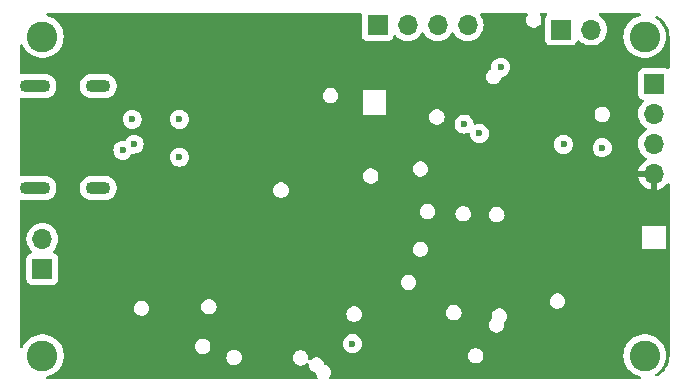
<source format=gbr>
%TF.GenerationSoftware,KiCad,Pcbnew,8.0.6*%
%TF.CreationDate,2024-11-04T20:58:39-05:00*%
%TF.ProjectId,VanguardFlightComputer,56616e67-7561-4726-9446-6c6967687443,rev?*%
%TF.SameCoordinates,Original*%
%TF.FileFunction,Copper,L3,Inr*%
%TF.FilePolarity,Positive*%
%FSLAX46Y46*%
G04 Gerber Fmt 4.6, Leading zero omitted, Abs format (unit mm)*
G04 Created by KiCad (PCBNEW 8.0.6) date 2024-11-04 20:58:39*
%MOMM*%
%LPD*%
G01*
G04 APERTURE LIST*
%TA.AperFunction,ComponentPad*%
%ADD10R,1.700000X1.700000*%
%TD*%
%TA.AperFunction,ComponentPad*%
%ADD11O,1.700000X1.700000*%
%TD*%
%TA.AperFunction,ComponentPad*%
%ADD12C,2.600000*%
%TD*%
%TA.AperFunction,ComponentPad*%
%ADD13O,2.100000X1.100000*%
%TD*%
%TA.AperFunction,ComponentPad*%
%ADD14O,2.600000X1.100000*%
%TD*%
%TA.AperFunction,ViaPad*%
%ADD15C,0.600000*%
%TD*%
G04 APERTURE END LIST*
D10*
%TO.N,VIN*%
%TO.C,J8*%
X92400000Y-97675000D03*
D11*
%TO.N,GND*%
X92400000Y-95135000D03*
%TD*%
D10*
%TO.N,SERVO_1_PWM*%
%TO.C,J7*%
X120780000Y-77000000D03*
D11*
%TO.N,SERVO_2_PWM*%
X123320000Y-77000000D03*
%TO.N,SERVO_3_PWM*%
X125860000Y-77000000D03*
%TO.N,SERVO_4_PWM*%
X128400000Y-77000000D03*
%TD*%
D10*
%TO.N,I2C1_SDA*%
%TO.C,J6*%
X136325000Y-77400000D03*
D11*
%TO.N,I2C1_SCL*%
X138865000Y-77400000D03*
%TD*%
%TO.N,+3.3V*%
%TO.C,J5*%
X144200000Y-89620000D03*
%TO.N,Net-(J5-Pin_3)*%
X144200000Y-87080000D03*
%TO.N,Net-(J5-Pin_2)*%
X144200000Y-84540000D03*
D10*
%TO.N,GND*%
X144200000Y-82000000D03*
%TD*%
D12*
%TO.N,N/C*%
%TO.C,H5*%
X143400000Y-78000000D03*
%TD*%
%TO.N,N/C*%
%TO.C,H6*%
X92400000Y-105000000D03*
%TD*%
%TO.N,N/C*%
%TO.C,H1*%
X92400000Y-78000000D03*
%TD*%
%TO.N,N/C*%
%TO.C,H7*%
X143400000Y-105000000D03*
%TD*%
D13*
%TO.N,GND*%
%TO.C,J1*%
X97134052Y-82180000D03*
D14*
X91774052Y-82180000D03*
D13*
X97134052Y-90820000D03*
D14*
X91774052Y-90820000D03*
%TD*%
D15*
%TO.N,I2C1_SDA*%
X128100000Y-85400000D03*
%TO.N,I2C1_SCL*%
X129400000Y-86200000D03*
%TO.N,USB_DP*%
X104000000Y-88200000D03*
%TO.N,GND*%
X131200000Y-80600000D03*
%TO.N,+3.3V*%
X124500000Y-94500000D03*
X95628539Y-105997203D03*
%TO.N,GND*%
X100166840Y-87100000D03*
%TO.N,+3.3V*%
X130930000Y-104140000D03*
X101400000Y-89800000D03*
X137800000Y-99200000D03*
X138800000Y-83800000D03*
X98800000Y-77800000D03*
X130775000Y-77725000D03*
X124600000Y-81400000D03*
X124800000Y-90600000D03*
X110199998Y-82895773D03*
%TO.N,VBUS*%
X100000000Y-85000000D03*
X99211768Y-87626899D03*
%TO.N,USB_DM*%
X136524265Y-87124265D03*
X104000000Y-85000000D03*
%TO.N,USB_DP*%
X139800000Y-87400000D03*
%TO.N,SPI1_MOSI*%
X118650000Y-104000000D03*
%TD*%
%TA.AperFunction,Conductor*%
%TO.N,+3.3V*%
G36*
X119372539Y-76020185D02*
G01*
X119418294Y-76072989D01*
X119429500Y-76124500D01*
X119429500Y-77897870D01*
X119429501Y-77897876D01*
X119435908Y-77957483D01*
X119486202Y-78092328D01*
X119486206Y-78092335D01*
X119572452Y-78207544D01*
X119572455Y-78207547D01*
X119687664Y-78293793D01*
X119687671Y-78293797D01*
X119822517Y-78344091D01*
X119822516Y-78344091D01*
X119829444Y-78344835D01*
X119882127Y-78350500D01*
X121677872Y-78350499D01*
X121737483Y-78344091D01*
X121872331Y-78293796D01*
X121987546Y-78207546D01*
X122073796Y-78092331D01*
X122122810Y-77960916D01*
X122164681Y-77904984D01*
X122230145Y-77880566D01*
X122298418Y-77895417D01*
X122326673Y-77916569D01*
X122448599Y-78038495D01*
X122545384Y-78106265D01*
X122642165Y-78174032D01*
X122642167Y-78174033D01*
X122642170Y-78174035D01*
X122856337Y-78273903D01*
X123084592Y-78335063D01*
X123261034Y-78350500D01*
X123319999Y-78355659D01*
X123320000Y-78355659D01*
X123320001Y-78355659D01*
X123378966Y-78350500D01*
X123555408Y-78335063D01*
X123783663Y-78273903D01*
X123997830Y-78174035D01*
X124191401Y-78038495D01*
X124358495Y-77871401D01*
X124488425Y-77685842D01*
X124543002Y-77642217D01*
X124612500Y-77635023D01*
X124674855Y-77666546D01*
X124691575Y-77685842D01*
X124821500Y-77871395D01*
X124821505Y-77871401D01*
X124988599Y-78038495D01*
X125085384Y-78106265D01*
X125182165Y-78174032D01*
X125182167Y-78174033D01*
X125182170Y-78174035D01*
X125396337Y-78273903D01*
X125624592Y-78335063D01*
X125801034Y-78350500D01*
X125859999Y-78355659D01*
X125860000Y-78355659D01*
X125860001Y-78355659D01*
X125918966Y-78350500D01*
X126095408Y-78335063D01*
X126323663Y-78273903D01*
X126537830Y-78174035D01*
X126731401Y-78038495D01*
X126898495Y-77871401D01*
X127028425Y-77685842D01*
X127083002Y-77642217D01*
X127152500Y-77635023D01*
X127214855Y-77666546D01*
X127231575Y-77685842D01*
X127361500Y-77871395D01*
X127361505Y-77871401D01*
X127528599Y-78038495D01*
X127625384Y-78106265D01*
X127722165Y-78174032D01*
X127722167Y-78174033D01*
X127722170Y-78174035D01*
X127936337Y-78273903D01*
X128164592Y-78335063D01*
X128341034Y-78350500D01*
X128399999Y-78355659D01*
X128400000Y-78355659D01*
X128400001Y-78355659D01*
X128458966Y-78350500D01*
X128635408Y-78335063D01*
X128863663Y-78273903D01*
X129077830Y-78174035D01*
X129271401Y-78038495D01*
X129438495Y-77871401D01*
X129574035Y-77677830D01*
X129673903Y-77463663D01*
X129735063Y-77235408D01*
X129755659Y-77000000D01*
X129735063Y-76764592D01*
X129673903Y-76536337D01*
X129574035Y-76322171D01*
X129571999Y-76319263D01*
X129485426Y-76195623D01*
X129463099Y-76129417D01*
X129480109Y-76061650D01*
X129531057Y-76013837D01*
X129587001Y-76000500D01*
X133387125Y-76000500D01*
X133454164Y-76020185D01*
X133499919Y-76072989D01*
X133509863Y-76142147D01*
X133489175Y-76194940D01*
X133419781Y-76295475D01*
X133419780Y-76295476D01*
X133363762Y-76443181D01*
X133344722Y-76599999D01*
X133344722Y-76600000D01*
X133363762Y-76756818D01*
X133376172Y-76789539D01*
X133419780Y-76904523D01*
X133509517Y-77034530D01*
X133627760Y-77139283D01*
X133627762Y-77139284D01*
X133767634Y-77212696D01*
X133921014Y-77250500D01*
X133921015Y-77250500D01*
X134078985Y-77250500D01*
X134232365Y-77212696D01*
X134372240Y-77139283D01*
X134490483Y-77034530D01*
X134580220Y-76904523D01*
X134636237Y-76756818D01*
X134655278Y-76600000D01*
X134652945Y-76580781D01*
X134636237Y-76443181D01*
X134605260Y-76361503D01*
X134580220Y-76295477D01*
X134538367Y-76234842D01*
X134510825Y-76194940D01*
X134488942Y-76128585D01*
X134506408Y-76060933D01*
X134557676Y-76013464D01*
X134612875Y-76000500D01*
X135013429Y-76000500D01*
X135080468Y-76020185D01*
X135126223Y-76072989D01*
X135136167Y-76142147D01*
X135112695Y-76198811D01*
X135031206Y-76307664D01*
X135031202Y-76307671D01*
X134980908Y-76442517D01*
X134974501Y-76502116D01*
X134974500Y-76502135D01*
X134974500Y-78297870D01*
X134974501Y-78297876D01*
X134980908Y-78357483D01*
X135031202Y-78492328D01*
X135031206Y-78492335D01*
X135117452Y-78607544D01*
X135117455Y-78607547D01*
X135232664Y-78693793D01*
X135232671Y-78693797D01*
X135367517Y-78744091D01*
X135367516Y-78744091D01*
X135374444Y-78744835D01*
X135427127Y-78750500D01*
X137222872Y-78750499D01*
X137282483Y-78744091D01*
X137417331Y-78693796D01*
X137532546Y-78607546D01*
X137618796Y-78492331D01*
X137667810Y-78360916D01*
X137709681Y-78304984D01*
X137775145Y-78280566D01*
X137843418Y-78295417D01*
X137871673Y-78316569D01*
X137993599Y-78438495D01*
X138090384Y-78506265D01*
X138187165Y-78574032D01*
X138187167Y-78574033D01*
X138187170Y-78574035D01*
X138401337Y-78673903D01*
X138629592Y-78735063D01*
X138806034Y-78750500D01*
X138864999Y-78755659D01*
X138865000Y-78755659D01*
X138865001Y-78755659D01*
X138923966Y-78750500D01*
X139100408Y-78735063D01*
X139328663Y-78673903D01*
X139542830Y-78574035D01*
X139736401Y-78438495D01*
X139903495Y-78271401D01*
X140039035Y-78077830D01*
X140138903Y-77863663D01*
X140200063Y-77635408D01*
X140220659Y-77400000D01*
X140200063Y-77164592D01*
X140138903Y-76936337D01*
X140039035Y-76722171D01*
X139953491Y-76600000D01*
X139903494Y-76528597D01*
X139736402Y-76361506D01*
X139736396Y-76361501D01*
X139542987Y-76226075D01*
X139499362Y-76171498D01*
X139492168Y-76102000D01*
X139523691Y-76039645D01*
X139583921Y-76004231D01*
X139614110Y-76000500D01*
X142951073Y-76000500D01*
X143018112Y-76020185D01*
X143063867Y-76072989D01*
X143073811Y-76142147D01*
X143044786Y-76205703D01*
X142987623Y-76242991D01*
X142740358Y-76319262D01*
X142497230Y-76436346D01*
X142274258Y-76588365D01*
X142076442Y-76771910D01*
X141908185Y-76982898D01*
X141773258Y-77216599D01*
X141773256Y-77216603D01*
X141674666Y-77467804D01*
X141674664Y-77467811D01*
X141614616Y-77730898D01*
X141594451Y-77999995D01*
X141594451Y-78000004D01*
X141614616Y-78269101D01*
X141674664Y-78532188D01*
X141674666Y-78532195D01*
X141760344Y-78750498D01*
X141773257Y-78783398D01*
X141908185Y-79017102D01*
X142044080Y-79187509D01*
X142076442Y-79228089D01*
X142263183Y-79401358D01*
X142274259Y-79411635D01*
X142497226Y-79563651D01*
X142740359Y-79680738D01*
X142998228Y-79760280D01*
X142998229Y-79760280D01*
X142998232Y-79760281D01*
X143265063Y-79800499D01*
X143265068Y-79800499D01*
X143265071Y-79800500D01*
X143265072Y-79800500D01*
X143534928Y-79800500D01*
X143534929Y-79800500D01*
X143575168Y-79794435D01*
X143801767Y-79760281D01*
X143801768Y-79760280D01*
X143801772Y-79760280D01*
X144059641Y-79680738D01*
X144302775Y-79563651D01*
X144525741Y-79411635D01*
X144723561Y-79228085D01*
X144891815Y-79017102D01*
X145026743Y-78783398D01*
X145125334Y-78532195D01*
X145185383Y-78269103D01*
X145202664Y-78038498D01*
X145205549Y-78000004D01*
X145205549Y-77999995D01*
X145185383Y-77730898D01*
X145175099Y-77685842D01*
X145125334Y-77467805D01*
X145026743Y-77216602D01*
X144891815Y-76982898D01*
X144723561Y-76771915D01*
X144723560Y-76771914D01*
X144723557Y-76771910D01*
X144577006Y-76635932D01*
X144525741Y-76588365D01*
X144522478Y-76586140D01*
X144356071Y-76472685D01*
X144311769Y-76418656D01*
X144303711Y-76349253D01*
X144334453Y-76286510D01*
X144394237Y-76250349D01*
X144464081Y-76252249D01*
X144480759Y-76259016D01*
X144492470Y-76264792D01*
X144506508Y-76272897D01*
X144710464Y-76409177D01*
X144723325Y-76419045D01*
X144818070Y-76502135D01*
X144907749Y-76580781D01*
X144919218Y-76592250D01*
X145070361Y-76764596D01*
X145080951Y-76776671D01*
X145090825Y-76789539D01*
X145227102Y-76993492D01*
X145235212Y-77007539D01*
X145343702Y-77227534D01*
X145349909Y-77242520D01*
X145428756Y-77474797D01*
X145432954Y-77490464D01*
X145480807Y-77731035D01*
X145482925Y-77747116D01*
X145499235Y-77995956D01*
X145499500Y-78004066D01*
X145499500Y-80613568D01*
X145479815Y-80680607D01*
X145427011Y-80726362D01*
X145357853Y-80736306D01*
X145301190Y-80712835D01*
X145292334Y-80706206D01*
X145292328Y-80706202D01*
X145157482Y-80655908D01*
X145157483Y-80655908D01*
X145097883Y-80649501D01*
X145097881Y-80649500D01*
X145097873Y-80649500D01*
X145097864Y-80649500D01*
X143302129Y-80649500D01*
X143302123Y-80649501D01*
X143242516Y-80655908D01*
X143107671Y-80706202D01*
X143107664Y-80706206D01*
X142992455Y-80792452D01*
X142992452Y-80792455D01*
X142906206Y-80907664D01*
X142906202Y-80907671D01*
X142855908Y-81042517D01*
X142849501Y-81102116D01*
X142849500Y-81102135D01*
X142849500Y-82897870D01*
X142849501Y-82897876D01*
X142855908Y-82957483D01*
X142906202Y-83092328D01*
X142906206Y-83092335D01*
X142992452Y-83207544D01*
X142992455Y-83207547D01*
X143107664Y-83293793D01*
X143107671Y-83293797D01*
X143239081Y-83342810D01*
X143295015Y-83384681D01*
X143319432Y-83450145D01*
X143304580Y-83518418D01*
X143283430Y-83546673D01*
X143161503Y-83668600D01*
X143025965Y-83862169D01*
X143025964Y-83862171D01*
X142926098Y-84076335D01*
X142926094Y-84076344D01*
X142864938Y-84304586D01*
X142864936Y-84304596D01*
X142844341Y-84539999D01*
X142844341Y-84540000D01*
X142864936Y-84775403D01*
X142864938Y-84775413D01*
X142926094Y-85003655D01*
X142926096Y-85003659D01*
X142926097Y-85003663D01*
X142989338Y-85139283D01*
X143025965Y-85217830D01*
X143025967Y-85217834D01*
X143126075Y-85360802D01*
X143161501Y-85411396D01*
X143161506Y-85411402D01*
X143328597Y-85578493D01*
X143328603Y-85578498D01*
X143514158Y-85708425D01*
X143557783Y-85763002D01*
X143564977Y-85832500D01*
X143533454Y-85894855D01*
X143514158Y-85911575D01*
X143328597Y-86041505D01*
X143161505Y-86208597D01*
X143025965Y-86402169D01*
X143025964Y-86402171D01*
X142926098Y-86616335D01*
X142926094Y-86616344D01*
X142864938Y-86844586D01*
X142864936Y-86844596D01*
X142844341Y-87079999D01*
X142844341Y-87080000D01*
X142864936Y-87315403D01*
X142864938Y-87315413D01*
X142926094Y-87543655D01*
X142926096Y-87543659D01*
X142926097Y-87543663D01*
X142964909Y-87626895D01*
X143025965Y-87757830D01*
X143025967Y-87757834D01*
X143111302Y-87879704D01*
X143161501Y-87951396D01*
X143161506Y-87951402D01*
X143328597Y-88118493D01*
X143328603Y-88118498D01*
X143514594Y-88248730D01*
X143558219Y-88303307D01*
X143565413Y-88372805D01*
X143533890Y-88435160D01*
X143514595Y-88451880D01*
X143328922Y-88581890D01*
X143328920Y-88581891D01*
X143161891Y-88748920D01*
X143161886Y-88748926D01*
X143026400Y-88942420D01*
X143026399Y-88942422D01*
X142926570Y-89156507D01*
X142926567Y-89156513D01*
X142869364Y-89369999D01*
X142869364Y-89370000D01*
X143766988Y-89370000D01*
X143734075Y-89427007D01*
X143700000Y-89554174D01*
X143700000Y-89685826D01*
X143734075Y-89812993D01*
X143766988Y-89870000D01*
X142869364Y-89870000D01*
X142926567Y-90083486D01*
X142926570Y-90083492D01*
X143026399Y-90297578D01*
X143161894Y-90491082D01*
X143328917Y-90658105D01*
X143522421Y-90793600D01*
X143736507Y-90893429D01*
X143736516Y-90893433D01*
X143950000Y-90950634D01*
X143950000Y-90053012D01*
X144007007Y-90085925D01*
X144134174Y-90120000D01*
X144265826Y-90120000D01*
X144392993Y-90085925D01*
X144450000Y-90053012D01*
X144450000Y-90950633D01*
X144663483Y-90893433D01*
X144663492Y-90893429D01*
X144877578Y-90793600D01*
X145071082Y-90658105D01*
X145238108Y-90491079D01*
X145273925Y-90439928D01*
X145328502Y-90396303D01*
X145398000Y-90389109D01*
X145460355Y-90420632D01*
X145495769Y-90480862D01*
X145499500Y-90511051D01*
X145499500Y-104995933D01*
X145499235Y-105004043D01*
X145482925Y-105252883D01*
X145480807Y-105268964D01*
X145432954Y-105509535D01*
X145428756Y-105525202D01*
X145349909Y-105757479D01*
X145343702Y-105772465D01*
X145235212Y-105992460D01*
X145227102Y-106006507D01*
X145090825Y-106210460D01*
X145080951Y-106223328D01*
X144919218Y-106407749D01*
X144907749Y-106419218D01*
X144723328Y-106580951D01*
X144710460Y-106590825D01*
X144506507Y-106727102D01*
X144492465Y-106735210D01*
X144480772Y-106740977D01*
X144411940Y-106752976D01*
X144347548Y-106725857D01*
X144308039Y-106668231D01*
X144305958Y-106598392D01*
X144341965Y-106538515D01*
X144356059Y-106527322D01*
X144525741Y-106411635D01*
X144707290Y-106243182D01*
X144723557Y-106228089D01*
X144723557Y-106228087D01*
X144723561Y-106228085D01*
X144891815Y-106017102D01*
X145026743Y-105783398D01*
X145125334Y-105532195D01*
X145185383Y-105269103D01*
X145203676Y-105024999D01*
X145205549Y-105000004D01*
X145205549Y-104999995D01*
X145187830Y-104763548D01*
X145185383Y-104730897D01*
X145125334Y-104467805D01*
X145026743Y-104216602D01*
X144891815Y-103982898D01*
X144723561Y-103771915D01*
X144723560Y-103771914D01*
X144723557Y-103771910D01*
X144525741Y-103588365D01*
X144504327Y-103573765D01*
X144302775Y-103436349D01*
X144302769Y-103436346D01*
X144302768Y-103436345D01*
X144302767Y-103436344D01*
X144059643Y-103319263D01*
X144059645Y-103319263D01*
X143801773Y-103239720D01*
X143801767Y-103239718D01*
X143534936Y-103199500D01*
X143534929Y-103199500D01*
X143265071Y-103199500D01*
X143265063Y-103199500D01*
X142998232Y-103239718D01*
X142998226Y-103239720D01*
X142740358Y-103319262D01*
X142497230Y-103436346D01*
X142274258Y-103588365D01*
X142076442Y-103771910D01*
X141908185Y-103982898D01*
X141773258Y-104216599D01*
X141773256Y-104216603D01*
X141674666Y-104467804D01*
X141674664Y-104467811D01*
X141614616Y-104730898D01*
X141594451Y-104999995D01*
X141594451Y-105000004D01*
X141614616Y-105269101D01*
X141674664Y-105532188D01*
X141674666Y-105532195D01*
X141746419Y-105715018D01*
X141773257Y-105783398D01*
X141908185Y-106017102D01*
X141977902Y-106104524D01*
X142076442Y-106228089D01*
X142196282Y-106339283D01*
X142274259Y-106411635D01*
X142497226Y-106563651D01*
X142740359Y-106680738D01*
X142905308Y-106731618D01*
X142987623Y-106757009D01*
X143045882Y-106795579D01*
X143074040Y-106859524D01*
X143063156Y-106928541D01*
X143016687Y-106980718D01*
X142951073Y-106999500D01*
X116812875Y-106999500D01*
X116745836Y-106979815D01*
X116700081Y-106927011D01*
X116690137Y-106857853D01*
X116710825Y-106805060D01*
X116741734Y-106760280D01*
X116780220Y-106704523D01*
X116836237Y-106556818D01*
X116855278Y-106400000D01*
X116836237Y-106243182D01*
X116830511Y-106228085D01*
X116783651Y-106104524D01*
X116780220Y-106095477D01*
X116690483Y-105965470D01*
X116572240Y-105860717D01*
X116572238Y-105860716D01*
X116572237Y-105860715D01*
X116432366Y-105787304D01*
X116331329Y-105762401D01*
X116270948Y-105727245D01*
X116239160Y-105665025D01*
X116237908Y-105656946D01*
X116236237Y-105643182D01*
X116236237Y-105643181D01*
X116206315Y-105564284D01*
X116180220Y-105495477D01*
X116090483Y-105365470D01*
X115972240Y-105260717D01*
X115972238Y-105260716D01*
X115972237Y-105260715D01*
X115832365Y-105187303D01*
X115678986Y-105149500D01*
X115678985Y-105149500D01*
X115521015Y-105149500D01*
X115521014Y-105149500D01*
X115367634Y-105187303D01*
X115227762Y-105260715D01*
X115227760Y-105260717D01*
X115109517Y-105365470D01*
X115109516Y-105365471D01*
X115103903Y-105370444D01*
X115101958Y-105368248D01*
X115054232Y-105398179D01*
X114984367Y-105397405D01*
X114926011Y-105358981D01*
X114897692Y-105295108D01*
X114897522Y-105263875D01*
X114897906Y-105260717D01*
X114905278Y-105200000D01*
X114903737Y-105187304D01*
X114886237Y-105043181D01*
X114879341Y-105024999D01*
X128434722Y-105024999D01*
X128434722Y-105025000D01*
X128453762Y-105181818D01*
X128496728Y-105295108D01*
X128509780Y-105329523D01*
X128599517Y-105459530D01*
X128717760Y-105564283D01*
X128717762Y-105564284D01*
X128857634Y-105637696D01*
X129011014Y-105675500D01*
X129011015Y-105675500D01*
X129168985Y-105675500D01*
X129322365Y-105637696D01*
X129337874Y-105629556D01*
X129462240Y-105564283D01*
X129580483Y-105459530D01*
X129670220Y-105329523D01*
X129726237Y-105181818D01*
X129745278Y-105025000D01*
X129744540Y-105018917D01*
X129726237Y-104868181D01*
X129687284Y-104765471D01*
X129670220Y-104720477D01*
X129580483Y-104590470D01*
X129462240Y-104485717D01*
X129462238Y-104485716D01*
X129462237Y-104485715D01*
X129322365Y-104412303D01*
X129168986Y-104374500D01*
X129168985Y-104374500D01*
X129011015Y-104374500D01*
X129011014Y-104374500D01*
X128857634Y-104412303D01*
X128717762Y-104485715D01*
X128599516Y-104590471D01*
X128509781Y-104720475D01*
X128509780Y-104720476D01*
X128453762Y-104868181D01*
X128434722Y-105024999D01*
X114879341Y-105024999D01*
X114864992Y-104987164D01*
X114830220Y-104895477D01*
X114740483Y-104765470D01*
X114622240Y-104660717D01*
X114622238Y-104660716D01*
X114622237Y-104660715D01*
X114482365Y-104587303D01*
X114328986Y-104549500D01*
X114328985Y-104549500D01*
X114171015Y-104549500D01*
X114171014Y-104549500D01*
X114017634Y-104587303D01*
X113877762Y-104660715D01*
X113877760Y-104660717D01*
X113761686Y-104763549D01*
X113759516Y-104765471D01*
X113669781Y-104895475D01*
X113669780Y-104895476D01*
X113613762Y-105043181D01*
X113594722Y-105199999D01*
X113594722Y-105200000D01*
X113613762Y-105356818D01*
X113666349Y-105495476D01*
X113669780Y-105504523D01*
X113759517Y-105634530D01*
X113877760Y-105739283D01*
X113877762Y-105739284D01*
X114017634Y-105812696D01*
X114171014Y-105850500D01*
X114171015Y-105850500D01*
X114328985Y-105850500D01*
X114482365Y-105812696D01*
X114506555Y-105800000D01*
X114622240Y-105739283D01*
X114740483Y-105634530D01*
X114740483Y-105634528D01*
X114746097Y-105629556D01*
X114748053Y-105631764D01*
X114795661Y-105601850D01*
X114865527Y-105602562D01*
X114923917Y-105640934D01*
X114952292Y-105704782D01*
X114952477Y-105736122D01*
X114944722Y-105799997D01*
X114944722Y-105800000D01*
X114963762Y-105956818D01*
X115016349Y-106095476D01*
X115019780Y-106104523D01*
X115109517Y-106234530D01*
X115227760Y-106339283D01*
X115227762Y-106339284D01*
X115367634Y-106412696D01*
X115394096Y-106419218D01*
X115468669Y-106437598D01*
X115529050Y-106472754D01*
X115560839Y-106534973D01*
X115562091Y-106543048D01*
X115563763Y-106556819D01*
X115619780Y-106704523D01*
X115619781Y-106704524D01*
X115689175Y-106805060D01*
X115711058Y-106871415D01*
X115693592Y-106939067D01*
X115642324Y-106986536D01*
X115587125Y-106999500D01*
X92848927Y-106999500D01*
X92781888Y-106979815D01*
X92736133Y-106927011D01*
X92726189Y-106857853D01*
X92755214Y-106794297D01*
X92812377Y-106757009D01*
X92864351Y-106740977D01*
X93059641Y-106680738D01*
X93302775Y-106563651D01*
X93525741Y-106411635D01*
X93707290Y-106243182D01*
X93723557Y-106228089D01*
X93723557Y-106228087D01*
X93723561Y-106228085D01*
X93891815Y-106017102D01*
X94026743Y-105783398D01*
X94125334Y-105532195D01*
X94185383Y-105269103D01*
X94192380Y-105175734D01*
X107968987Y-105175734D01*
X107968987Y-105175735D01*
X107988027Y-105332553D01*
X108044045Y-105480258D01*
X108133782Y-105610265D01*
X108252025Y-105715018D01*
X108252027Y-105715019D01*
X108391899Y-105788431D01*
X108545279Y-105826235D01*
X108545280Y-105826235D01*
X108703250Y-105826235D01*
X108856630Y-105788431D01*
X108915603Y-105757479D01*
X108996505Y-105715018D01*
X109114748Y-105610265D01*
X109204485Y-105480258D01*
X109260502Y-105332553D01*
X109279543Y-105175735D01*
X109261241Y-105024999D01*
X109260502Y-105018916D01*
X109213687Y-104895476D01*
X109204485Y-104871212D01*
X109114748Y-104741205D01*
X108996505Y-104636452D01*
X108996503Y-104636451D01*
X108996502Y-104636450D01*
X108856630Y-104563038D01*
X108703251Y-104525235D01*
X108703250Y-104525235D01*
X108545280Y-104525235D01*
X108545279Y-104525235D01*
X108391899Y-104563038D01*
X108252027Y-104636450D01*
X108252025Y-104636452D01*
X108145418Y-104730897D01*
X108133781Y-104741206D01*
X108044046Y-104871210D01*
X108044045Y-104871211D01*
X107988027Y-105018916D01*
X107968987Y-105175734D01*
X94192380Y-105175734D01*
X94203676Y-105024999D01*
X94205549Y-105000004D01*
X94205549Y-104999995D01*
X94187830Y-104763548D01*
X94185383Y-104730897D01*
X94125334Y-104467805D01*
X94029750Y-104224264D01*
X105320457Y-104224264D01*
X105320457Y-104224265D01*
X105339497Y-104381083D01*
X105379180Y-104485717D01*
X105395515Y-104528788D01*
X105485252Y-104658795D01*
X105603495Y-104763548D01*
X105603497Y-104763549D01*
X105743369Y-104836961D01*
X105896749Y-104874765D01*
X105896750Y-104874765D01*
X106054720Y-104874765D01*
X106208100Y-104836961D01*
X106267919Y-104805565D01*
X106347975Y-104763548D01*
X106466218Y-104658795D01*
X106555955Y-104528788D01*
X106611972Y-104381083D01*
X106631013Y-104224265D01*
X106611972Y-104067447D01*
X106586391Y-103999996D01*
X117844435Y-103999996D01*
X117844435Y-104000003D01*
X117864630Y-104179249D01*
X117864631Y-104179254D01*
X117924211Y-104349523D01*
X117998533Y-104467805D01*
X118020184Y-104502262D01*
X118147738Y-104629816D01*
X118196917Y-104660717D01*
X118292020Y-104720475D01*
X118300478Y-104725789D01*
X118408387Y-104763548D01*
X118470745Y-104785368D01*
X118470750Y-104785369D01*
X118649996Y-104805565D01*
X118650000Y-104805565D01*
X118650004Y-104805565D01*
X118829249Y-104785369D01*
X118829252Y-104785368D01*
X118829255Y-104785368D01*
X118999522Y-104725789D01*
X119152262Y-104629816D01*
X119279816Y-104502262D01*
X119375789Y-104349522D01*
X119435368Y-104179255D01*
X119455565Y-104000000D01*
X119453638Y-103982898D01*
X119435369Y-103820750D01*
X119435368Y-103820745D01*
X119375788Y-103650476D01*
X119279815Y-103497737D01*
X119152262Y-103370184D01*
X118999523Y-103274211D01*
X118829254Y-103214631D01*
X118829249Y-103214630D01*
X118650004Y-103194435D01*
X118649996Y-103194435D01*
X118470750Y-103214630D01*
X118470745Y-103214631D01*
X118300476Y-103274211D01*
X118147737Y-103370184D01*
X118020184Y-103497737D01*
X117924211Y-103650476D01*
X117864631Y-103820745D01*
X117864630Y-103820750D01*
X117844435Y-103999996D01*
X106586391Y-103999996D01*
X106555955Y-103919742D01*
X106466218Y-103789735D01*
X106347975Y-103684982D01*
X106347973Y-103684981D01*
X106347972Y-103684980D01*
X106208100Y-103611568D01*
X106054721Y-103573765D01*
X106054720Y-103573765D01*
X105896750Y-103573765D01*
X105896749Y-103573765D01*
X105743369Y-103611568D01*
X105603497Y-103684980D01*
X105603495Y-103684982D01*
X105505373Y-103771910D01*
X105485251Y-103789736D01*
X105395516Y-103919740D01*
X105395515Y-103919741D01*
X105339497Y-104067446D01*
X105320457Y-104224264D01*
X94029750Y-104224264D01*
X94026743Y-104216602D01*
X93891815Y-103982898D01*
X93723561Y-103771915D01*
X93723560Y-103771914D01*
X93723557Y-103771910D01*
X93525741Y-103588365D01*
X93504327Y-103573765D01*
X93302775Y-103436349D01*
X93302769Y-103436346D01*
X93302768Y-103436345D01*
X93302767Y-103436344D01*
X93059643Y-103319263D01*
X93059645Y-103319263D01*
X92801773Y-103239720D01*
X92801767Y-103239718D01*
X92534936Y-103199500D01*
X92534929Y-103199500D01*
X92265071Y-103199500D01*
X92265063Y-103199500D01*
X91998232Y-103239718D01*
X91998226Y-103239720D01*
X91740358Y-103319262D01*
X91497230Y-103436346D01*
X91274258Y-103588365D01*
X91076442Y-103771910D01*
X90908185Y-103982898D01*
X90773258Y-104216599D01*
X90773256Y-104216603D01*
X90739928Y-104301521D01*
X90697112Y-104356734D01*
X90631241Y-104380035D01*
X90563231Y-104364024D01*
X90514673Y-104313786D01*
X90500500Y-104256218D01*
X90500500Y-102424999D01*
X130194722Y-102424999D01*
X130194722Y-102425000D01*
X130213762Y-102581818D01*
X130269780Y-102729523D01*
X130359517Y-102859530D01*
X130477760Y-102964283D01*
X130477762Y-102964284D01*
X130617634Y-103037696D01*
X130771014Y-103075500D01*
X130771015Y-103075500D01*
X130928985Y-103075500D01*
X131082365Y-103037696D01*
X131222240Y-102964283D01*
X131340483Y-102859530D01*
X131430220Y-102729523D01*
X131486237Y-102581818D01*
X131505278Y-102425000D01*
X131486237Y-102268182D01*
X131486236Y-102268179D01*
X131484442Y-102260897D01*
X131486297Y-102260439D01*
X131481691Y-102200694D01*
X131514836Y-102139186D01*
X131520776Y-102133564D01*
X131535549Y-102120477D01*
X131576125Y-102084530D01*
X131665862Y-101954523D01*
X131721879Y-101806818D01*
X131740920Y-101650000D01*
X131721879Y-101493182D01*
X131719798Y-101487696D01*
X131691957Y-101414284D01*
X131665862Y-101345477D01*
X131576125Y-101215470D01*
X131457882Y-101110717D01*
X131457880Y-101110716D01*
X131457879Y-101110715D01*
X131318007Y-101037303D01*
X131164628Y-100999500D01*
X131164627Y-100999500D01*
X131006657Y-100999500D01*
X131006656Y-100999500D01*
X130853276Y-101037303D01*
X130713404Y-101110715D01*
X130595158Y-101215471D01*
X130505423Y-101345475D01*
X130505422Y-101345476D01*
X130449404Y-101493181D01*
X130430364Y-101649999D01*
X130430364Y-101650000D01*
X130449405Y-101806819D01*
X130451200Y-101814102D01*
X130449348Y-101814558D01*
X130453945Y-101874327D01*
X130420789Y-101935829D01*
X130414867Y-101941434D01*
X130359516Y-101990470D01*
X130269781Y-102120475D01*
X130269780Y-102120476D01*
X130213762Y-102268181D01*
X130194722Y-102424999D01*
X90500500Y-102424999D01*
X90500500Y-100999999D01*
X100144722Y-100999999D01*
X100144722Y-101000000D01*
X100163762Y-101156818D01*
X100187035Y-101218182D01*
X100219780Y-101304523D01*
X100309517Y-101434530D01*
X100427760Y-101539283D01*
X100427762Y-101539284D01*
X100567634Y-101612696D01*
X100721014Y-101650500D01*
X100721015Y-101650500D01*
X100878985Y-101650500D01*
X101032365Y-101612696D01*
X101172240Y-101539283D01*
X101290483Y-101434530D01*
X101380220Y-101304523D01*
X101436237Y-101156818D01*
X101455278Y-101000000D01*
X101440100Y-100874999D01*
X105844722Y-100874999D01*
X105844722Y-100875000D01*
X105863762Y-101031818D01*
X105893685Y-101110717D01*
X105919780Y-101179523D01*
X106009517Y-101309530D01*
X106127760Y-101414283D01*
X106127762Y-101414284D01*
X106267634Y-101487696D01*
X106421014Y-101525500D01*
X106421015Y-101525500D01*
X106578985Y-101525500D01*
X106682449Y-101499999D01*
X118144722Y-101499999D01*
X118144722Y-101500000D01*
X118163762Y-101656818D01*
X118219780Y-101804523D01*
X118309517Y-101934530D01*
X118427760Y-102039283D01*
X118427762Y-102039284D01*
X118567634Y-102112696D01*
X118721014Y-102150500D01*
X118721015Y-102150500D01*
X118878985Y-102150500D01*
X119032365Y-102112696D01*
X119086030Y-102084530D01*
X119172240Y-102039283D01*
X119290483Y-101934530D01*
X119380220Y-101804523D01*
X119436237Y-101656818D01*
X119455278Y-101500000D01*
X119440101Y-101374999D01*
X126582222Y-101374999D01*
X126582222Y-101375000D01*
X126601262Y-101531818D01*
X126646083Y-101649999D01*
X126657280Y-101679523D01*
X126747017Y-101809530D01*
X126865260Y-101914283D01*
X126865262Y-101914284D01*
X127005134Y-101987696D01*
X127158514Y-102025500D01*
X127158515Y-102025500D01*
X127316485Y-102025500D01*
X127469865Y-101987696D01*
X127533070Y-101954523D01*
X127609740Y-101914283D01*
X127727983Y-101809530D01*
X127817720Y-101679523D01*
X127873737Y-101531818D01*
X127892778Y-101375000D01*
X127873737Y-101218182D01*
X127872708Y-101215470D01*
X127832980Y-101110715D01*
X127817720Y-101070477D01*
X127727983Y-100940470D01*
X127609740Y-100835717D01*
X127609738Y-100835716D01*
X127609737Y-100835715D01*
X127469865Y-100762303D01*
X127316486Y-100724500D01*
X127316485Y-100724500D01*
X127158515Y-100724500D01*
X127158514Y-100724500D01*
X127005134Y-100762303D01*
X126865262Y-100835715D01*
X126747016Y-100940471D01*
X126657281Y-101070475D01*
X126657280Y-101070476D01*
X126601262Y-101218181D01*
X126582222Y-101374999D01*
X119440101Y-101374999D01*
X119436516Y-101345475D01*
X119436237Y-101343181D01*
X119414992Y-101287164D01*
X119380220Y-101195477D01*
X119290483Y-101065470D01*
X119172240Y-100960717D01*
X119172238Y-100960716D01*
X119172237Y-100960715D01*
X119032365Y-100887303D01*
X118878986Y-100849500D01*
X118878985Y-100849500D01*
X118721015Y-100849500D01*
X118721014Y-100849500D01*
X118567634Y-100887303D01*
X118427762Y-100960715D01*
X118309516Y-101065471D01*
X118219781Y-101195475D01*
X118219780Y-101195476D01*
X118163762Y-101343181D01*
X118144722Y-101499999D01*
X106682449Y-101499999D01*
X106732365Y-101487696D01*
X106872240Y-101414283D01*
X106990483Y-101309530D01*
X107080220Y-101179523D01*
X107136237Y-101031818D01*
X107155278Y-100875000D01*
X107136237Y-100718182D01*
X107131057Y-100704524D01*
X107114992Y-100662164D01*
X107080220Y-100570477D01*
X106990483Y-100440470D01*
X106944800Y-100399999D01*
X135344722Y-100399999D01*
X135344722Y-100400000D01*
X135363762Y-100556818D01*
X135416349Y-100695476D01*
X135419780Y-100704523D01*
X135509517Y-100834530D01*
X135627760Y-100939283D01*
X135627762Y-100939284D01*
X135767634Y-101012696D01*
X135921014Y-101050500D01*
X135921015Y-101050500D01*
X136078985Y-101050500D01*
X136232365Y-101012696D01*
X136256557Y-100999999D01*
X136372240Y-100939283D01*
X136490483Y-100834530D01*
X136580220Y-100704523D01*
X136636237Y-100556818D01*
X136655278Y-100400000D01*
X136653737Y-100387304D01*
X136636237Y-100243181D01*
X136614992Y-100187164D01*
X136580220Y-100095477D01*
X136490483Y-99965470D01*
X136372240Y-99860717D01*
X136372238Y-99860716D01*
X136372237Y-99860715D01*
X136232365Y-99787303D01*
X136078986Y-99749500D01*
X136078985Y-99749500D01*
X135921015Y-99749500D01*
X135921014Y-99749500D01*
X135767634Y-99787303D01*
X135627762Y-99860715D01*
X135509516Y-99965471D01*
X135419781Y-100095475D01*
X135419780Y-100095476D01*
X135363762Y-100243181D01*
X135344722Y-100399999D01*
X106944800Y-100399999D01*
X106872240Y-100335717D01*
X106872238Y-100335716D01*
X106872237Y-100335715D01*
X106732365Y-100262303D01*
X106578986Y-100224500D01*
X106578985Y-100224500D01*
X106421015Y-100224500D01*
X106421014Y-100224500D01*
X106267634Y-100262303D01*
X106127762Y-100335715D01*
X106009516Y-100440471D01*
X105919781Y-100570475D01*
X105919780Y-100570476D01*
X105863762Y-100718181D01*
X105844722Y-100874999D01*
X101440100Y-100874999D01*
X101436237Y-100843182D01*
X101380220Y-100695477D01*
X101290483Y-100565470D01*
X101172240Y-100460717D01*
X101172238Y-100460716D01*
X101172237Y-100460715D01*
X101032365Y-100387303D01*
X100878986Y-100349500D01*
X100878985Y-100349500D01*
X100721015Y-100349500D01*
X100721014Y-100349500D01*
X100567634Y-100387303D01*
X100427762Y-100460715D01*
X100309516Y-100565471D01*
X100219781Y-100695475D01*
X100219780Y-100695476D01*
X100163762Y-100843181D01*
X100144722Y-100999999D01*
X90500500Y-100999999D01*
X90500500Y-95134999D01*
X91044341Y-95134999D01*
X91044341Y-95135000D01*
X91064936Y-95370403D01*
X91064938Y-95370413D01*
X91126094Y-95598655D01*
X91126096Y-95598659D01*
X91126097Y-95598663D01*
X91225965Y-95812830D01*
X91225967Y-95812834D01*
X91334281Y-95967521D01*
X91361501Y-96006396D01*
X91361506Y-96006402D01*
X91483430Y-96128326D01*
X91516915Y-96189649D01*
X91511931Y-96259341D01*
X91470059Y-96315274D01*
X91439083Y-96332189D01*
X91307669Y-96381203D01*
X91307664Y-96381206D01*
X91192455Y-96467452D01*
X91192452Y-96467455D01*
X91106206Y-96582664D01*
X91106202Y-96582671D01*
X91055908Y-96717517D01*
X91049501Y-96777116D01*
X91049501Y-96777123D01*
X91049500Y-96777135D01*
X91049500Y-98572870D01*
X91049501Y-98572876D01*
X91055908Y-98632483D01*
X91106202Y-98767328D01*
X91106206Y-98767335D01*
X91192452Y-98882544D01*
X91192455Y-98882547D01*
X91307664Y-98968793D01*
X91307671Y-98968797D01*
X91442517Y-99019091D01*
X91442516Y-99019091D01*
X91449444Y-99019835D01*
X91502127Y-99025500D01*
X93297872Y-99025499D01*
X93357483Y-99019091D01*
X93492331Y-98968796D01*
X93607546Y-98882546D01*
X93669341Y-98799999D01*
X122744722Y-98799999D01*
X122744722Y-98800000D01*
X122763762Y-98956818D01*
X122819780Y-99104523D01*
X122909517Y-99234530D01*
X123027760Y-99339283D01*
X123027762Y-99339284D01*
X123167634Y-99412696D01*
X123321014Y-99450500D01*
X123321015Y-99450500D01*
X123478985Y-99450500D01*
X123632365Y-99412696D01*
X123772240Y-99339283D01*
X123890483Y-99234530D01*
X123980220Y-99104523D01*
X124036237Y-98956818D01*
X124055278Y-98800000D01*
X124036237Y-98643182D01*
X124032179Y-98632483D01*
X124009576Y-98572883D01*
X123980220Y-98495477D01*
X123890483Y-98365470D01*
X123772240Y-98260717D01*
X123772238Y-98260716D01*
X123772237Y-98260715D01*
X123632365Y-98187303D01*
X123478986Y-98149500D01*
X123478985Y-98149500D01*
X123321015Y-98149500D01*
X123321014Y-98149500D01*
X123167634Y-98187303D01*
X123027762Y-98260715D01*
X122909516Y-98365471D01*
X122819781Y-98495475D01*
X122819780Y-98495476D01*
X122763762Y-98643181D01*
X122744722Y-98799999D01*
X93669341Y-98799999D01*
X93693796Y-98767331D01*
X93744091Y-98632483D01*
X93750500Y-98572873D01*
X93750499Y-96777128D01*
X93744091Y-96717517D01*
X93719095Y-96650500D01*
X93693797Y-96582671D01*
X93693793Y-96582664D01*
X93607547Y-96467455D01*
X93607544Y-96467452D01*
X93492335Y-96381206D01*
X93492328Y-96381202D01*
X93360917Y-96332189D01*
X93304983Y-96290318D01*
X93280566Y-96224853D01*
X93295418Y-96156580D01*
X93316563Y-96128332D01*
X93438495Y-96006401D01*
X93442978Y-95999999D01*
X123744722Y-95999999D01*
X123744722Y-96000000D01*
X123763762Y-96156818D01*
X123814393Y-96290318D01*
X123819780Y-96304523D01*
X123909517Y-96434530D01*
X124027760Y-96539283D01*
X124027762Y-96539284D01*
X124167634Y-96612696D01*
X124321014Y-96650500D01*
X124321015Y-96650500D01*
X124478985Y-96650500D01*
X124632365Y-96612696D01*
X124689572Y-96582671D01*
X124772240Y-96539283D01*
X124890483Y-96434530D01*
X124980220Y-96304523D01*
X125036237Y-96156818D01*
X125055278Y-96000000D01*
X125049207Y-95950000D01*
X143135000Y-95950000D01*
X145225000Y-95950000D01*
X145225000Y-94050000D01*
X143135000Y-94050000D01*
X143135000Y-95950000D01*
X125049207Y-95950000D01*
X125036237Y-95843182D01*
X124980220Y-95695477D01*
X124890483Y-95565470D01*
X124772240Y-95460717D01*
X124772238Y-95460716D01*
X124772237Y-95460715D01*
X124632365Y-95387303D01*
X124478986Y-95349500D01*
X124478985Y-95349500D01*
X124321015Y-95349500D01*
X124321014Y-95349500D01*
X124167634Y-95387303D01*
X124027762Y-95460715D01*
X123909516Y-95565471D01*
X123819781Y-95695475D01*
X123819780Y-95695476D01*
X123763762Y-95843181D01*
X123744722Y-95999999D01*
X93442978Y-95999999D01*
X93574035Y-95812830D01*
X93673903Y-95598663D01*
X93735063Y-95370408D01*
X93755659Y-95135000D01*
X93735063Y-94899592D01*
X93673903Y-94671337D01*
X93574035Y-94457171D01*
X93438495Y-94263599D01*
X93438494Y-94263597D01*
X93271402Y-94096506D01*
X93271395Y-94096501D01*
X93077834Y-93960967D01*
X93077830Y-93960965D01*
X93077828Y-93960964D01*
X92863663Y-93861097D01*
X92863659Y-93861096D01*
X92863655Y-93861094D01*
X92635413Y-93799938D01*
X92635403Y-93799936D01*
X92400001Y-93779341D01*
X92399999Y-93779341D01*
X92164596Y-93799936D01*
X92164586Y-93799938D01*
X91936344Y-93861094D01*
X91936335Y-93861098D01*
X91722171Y-93960964D01*
X91722169Y-93960965D01*
X91528597Y-94096505D01*
X91361505Y-94263597D01*
X91225965Y-94457169D01*
X91225964Y-94457171D01*
X91126098Y-94671335D01*
X91126094Y-94671344D01*
X91064938Y-94899586D01*
X91064936Y-94899596D01*
X91044341Y-95134999D01*
X90500500Y-95134999D01*
X90500500Y-92799999D01*
X124344722Y-92799999D01*
X124344722Y-92800000D01*
X124363762Y-92956818D01*
X124408583Y-93074999D01*
X124419780Y-93104523D01*
X124509517Y-93234530D01*
X124627760Y-93339283D01*
X124627762Y-93339284D01*
X124767634Y-93412696D01*
X124921014Y-93450500D01*
X124921015Y-93450500D01*
X125078985Y-93450500D01*
X125232365Y-93412696D01*
X125295570Y-93379523D01*
X125372240Y-93339283D01*
X125490483Y-93234530D01*
X125580220Y-93104523D01*
X125619861Y-92999999D01*
X127369722Y-92999999D01*
X127369722Y-93000000D01*
X127388762Y-93156818D01*
X127418234Y-93234528D01*
X127444780Y-93304523D01*
X127534517Y-93434530D01*
X127652760Y-93539283D01*
X127652762Y-93539284D01*
X127792634Y-93612696D01*
X127946014Y-93650500D01*
X127946015Y-93650500D01*
X128103985Y-93650500D01*
X128257365Y-93612696D01*
X128397240Y-93539283D01*
X128515483Y-93434530D01*
X128605220Y-93304523D01*
X128661237Y-93156818D01*
X128671172Y-93074999D01*
X130219722Y-93074999D01*
X130219722Y-93075000D01*
X130238762Y-93231818D01*
X130279519Y-93339283D01*
X130294780Y-93379523D01*
X130384517Y-93509530D01*
X130502760Y-93614283D01*
X130502762Y-93614284D01*
X130642634Y-93687696D01*
X130796014Y-93725500D01*
X130796015Y-93725500D01*
X130953985Y-93725500D01*
X131107365Y-93687696D01*
X131178235Y-93650500D01*
X131247240Y-93614283D01*
X131365483Y-93509530D01*
X131455220Y-93379523D01*
X131511237Y-93231818D01*
X131530278Y-93075000D01*
X131521172Y-93000000D01*
X131511237Y-92918181D01*
X131482793Y-92843181D01*
X131455220Y-92770477D01*
X131365483Y-92640470D01*
X131247240Y-92535717D01*
X131247238Y-92535716D01*
X131247237Y-92535715D01*
X131107365Y-92462303D01*
X130953986Y-92424500D01*
X130953985Y-92424500D01*
X130796015Y-92424500D01*
X130796014Y-92424500D01*
X130642634Y-92462303D01*
X130502762Y-92535715D01*
X130384516Y-92640471D01*
X130294781Y-92770475D01*
X130294780Y-92770476D01*
X130238762Y-92918181D01*
X130219722Y-93074999D01*
X128671172Y-93074999D01*
X128680278Y-93000000D01*
X128670344Y-92918181D01*
X128661237Y-92843181D01*
X128633663Y-92770475D01*
X128605220Y-92695477D01*
X128515483Y-92565470D01*
X128397240Y-92460717D01*
X128397238Y-92460716D01*
X128397237Y-92460715D01*
X128257365Y-92387303D01*
X128103986Y-92349500D01*
X128103985Y-92349500D01*
X127946015Y-92349500D01*
X127946014Y-92349500D01*
X127792634Y-92387303D01*
X127652762Y-92460715D01*
X127534516Y-92565471D01*
X127444781Y-92695475D01*
X127444780Y-92695476D01*
X127388762Y-92843181D01*
X127369722Y-92999999D01*
X125619861Y-92999999D01*
X125636237Y-92956818D01*
X125655278Y-92800000D01*
X125642587Y-92695475D01*
X125636237Y-92643181D01*
X125595480Y-92535715D01*
X125580220Y-92495477D01*
X125490483Y-92365470D01*
X125372240Y-92260717D01*
X125372238Y-92260716D01*
X125372237Y-92260715D01*
X125232365Y-92187303D01*
X125078986Y-92149500D01*
X125078985Y-92149500D01*
X124921015Y-92149500D01*
X124921014Y-92149500D01*
X124767634Y-92187303D01*
X124627762Y-92260715D01*
X124509516Y-92365471D01*
X124419781Y-92495475D01*
X124419780Y-92495476D01*
X124363762Y-92643181D01*
X124344722Y-92799999D01*
X90500500Y-92799999D01*
X90500500Y-91925769D01*
X90520185Y-91858730D01*
X90572989Y-91812975D01*
X90642147Y-91803031D01*
X90671948Y-91811207D01*
X90717632Y-91830130D01*
X90861415Y-91858730D01*
X90920582Y-91870499D01*
X90920586Y-91870500D01*
X90920587Y-91870500D01*
X92627518Y-91870500D01*
X92627519Y-91870499D01*
X92830472Y-91830130D01*
X93021650Y-91750941D01*
X93193707Y-91635977D01*
X93340029Y-91489655D01*
X93454993Y-91317598D01*
X93534182Y-91126420D01*
X93574552Y-90923465D01*
X93574552Y-90716535D01*
X93574551Y-90716530D01*
X95583552Y-90716530D01*
X95583552Y-90923469D01*
X95623920Y-91126412D01*
X95623922Y-91126420D01*
X95703110Y-91317596D01*
X95818076Y-91489657D01*
X95964394Y-91635975D01*
X95964397Y-91635977D01*
X96136454Y-91750941D01*
X96327632Y-91830130D01*
X96471415Y-91858730D01*
X96530582Y-91870499D01*
X96530586Y-91870500D01*
X96530587Y-91870500D01*
X97737518Y-91870500D01*
X97737519Y-91870499D01*
X97940472Y-91830130D01*
X98131650Y-91750941D01*
X98303707Y-91635977D01*
X98450029Y-91489655D01*
X98564993Y-91317598D01*
X98644182Y-91126420D01*
X98669329Y-90999999D01*
X111944722Y-90999999D01*
X111944722Y-91000000D01*
X111963762Y-91156818D01*
X112019780Y-91304523D01*
X112109517Y-91434530D01*
X112227760Y-91539283D01*
X112227762Y-91539284D01*
X112367634Y-91612696D01*
X112521014Y-91650500D01*
X112521015Y-91650500D01*
X112678985Y-91650500D01*
X112832365Y-91612696D01*
X112972240Y-91539283D01*
X113090483Y-91434530D01*
X113180220Y-91304523D01*
X113236237Y-91156818D01*
X113255278Y-91000000D01*
X113236237Y-90843182D01*
X113180220Y-90695477D01*
X113090483Y-90565470D01*
X112972240Y-90460717D01*
X112972238Y-90460716D01*
X112972237Y-90460715D01*
X112832365Y-90387303D01*
X112678986Y-90349500D01*
X112678985Y-90349500D01*
X112521015Y-90349500D01*
X112521014Y-90349500D01*
X112367634Y-90387303D01*
X112227762Y-90460715D01*
X112109516Y-90565471D01*
X112019781Y-90695475D01*
X112019780Y-90695476D01*
X111963762Y-90843181D01*
X111944722Y-90999999D01*
X98669329Y-90999999D01*
X98684552Y-90923465D01*
X98684552Y-90716535D01*
X98644182Y-90513580D01*
X98564993Y-90322402D01*
X98450029Y-90150345D01*
X98450027Y-90150342D01*
X98303709Y-90004024D01*
X98217678Y-89946541D01*
X98131650Y-89889059D01*
X97940472Y-89809870D01*
X97940464Y-89809868D01*
X97890849Y-89799999D01*
X119544722Y-89799999D01*
X119544722Y-89800000D01*
X119563762Y-89956818D01*
X119587762Y-90020099D01*
X119619780Y-90104523D01*
X119709517Y-90234530D01*
X119827760Y-90339283D01*
X119827762Y-90339284D01*
X119967634Y-90412696D01*
X120121014Y-90450500D01*
X120121015Y-90450500D01*
X120278985Y-90450500D01*
X120432365Y-90412696D01*
X120463599Y-90396303D01*
X120572240Y-90339283D01*
X120690483Y-90234530D01*
X120780220Y-90104523D01*
X120836237Y-89956818D01*
X120855278Y-89800000D01*
X120836237Y-89643182D01*
X120780220Y-89495477D01*
X120690483Y-89365470D01*
X120572240Y-89260717D01*
X120572238Y-89260716D01*
X120572237Y-89260715D01*
X120456555Y-89199999D01*
X123744722Y-89199999D01*
X123744722Y-89200000D01*
X123763762Y-89356818D01*
X123816349Y-89495476D01*
X123819780Y-89504523D01*
X123909517Y-89634530D01*
X124027760Y-89739283D01*
X124027762Y-89739284D01*
X124167634Y-89812696D01*
X124321014Y-89850500D01*
X124321015Y-89850500D01*
X124478985Y-89850500D01*
X124632365Y-89812696D01*
X124656557Y-89799999D01*
X124772240Y-89739283D01*
X124890483Y-89634530D01*
X124980220Y-89504523D01*
X125036237Y-89356818D01*
X125055278Y-89200000D01*
X125053737Y-89187304D01*
X125036237Y-89043181D01*
X124998023Y-88942420D01*
X124980220Y-88895477D01*
X124890483Y-88765470D01*
X124772240Y-88660717D01*
X124772238Y-88660716D01*
X124772237Y-88660715D01*
X124632365Y-88587303D01*
X124478986Y-88549500D01*
X124478985Y-88549500D01*
X124321015Y-88549500D01*
X124321014Y-88549500D01*
X124167634Y-88587303D01*
X124027762Y-88660715D01*
X123909516Y-88765471D01*
X123819781Y-88895475D01*
X123819780Y-88895476D01*
X123763762Y-89043181D01*
X123744722Y-89199999D01*
X120456555Y-89199999D01*
X120432365Y-89187303D01*
X120278986Y-89149500D01*
X120278985Y-89149500D01*
X120121015Y-89149500D01*
X120121014Y-89149500D01*
X119967634Y-89187303D01*
X119827762Y-89260715D01*
X119709516Y-89365471D01*
X119619781Y-89495475D01*
X119619780Y-89495476D01*
X119563762Y-89643181D01*
X119544722Y-89799999D01*
X97890849Y-89799999D01*
X97737521Y-89769500D01*
X97737517Y-89769500D01*
X96530587Y-89769500D01*
X96530582Y-89769500D01*
X96327639Y-89809868D01*
X96327631Y-89809870D01*
X96136455Y-89889058D01*
X95964394Y-90004024D01*
X95818076Y-90150342D01*
X95703110Y-90322403D01*
X95623922Y-90513579D01*
X95623920Y-90513587D01*
X95583552Y-90716530D01*
X93574551Y-90716530D01*
X93534182Y-90513580D01*
X93454993Y-90322402D01*
X93340029Y-90150345D01*
X93340027Y-90150342D01*
X93193709Y-90004024D01*
X93107678Y-89946541D01*
X93021650Y-89889059D01*
X92830472Y-89809870D01*
X92830464Y-89809868D01*
X92627521Y-89769500D01*
X92627517Y-89769500D01*
X90920587Y-89769500D01*
X90920582Y-89769500D01*
X90717639Y-89809868D01*
X90717631Y-89809870D01*
X90671953Y-89828791D01*
X90602483Y-89836260D01*
X90540004Y-89804985D01*
X90504352Y-89744896D01*
X90500500Y-89714230D01*
X90500500Y-87626895D01*
X98406203Y-87626895D01*
X98406203Y-87626902D01*
X98426398Y-87806148D01*
X98426399Y-87806153D01*
X98485979Y-87976422D01*
X98519529Y-88029816D01*
X98581952Y-88129161D01*
X98709506Y-88256715D01*
X98862246Y-88352688D01*
X99032513Y-88412267D01*
X99032518Y-88412268D01*
X99211764Y-88432464D01*
X99211768Y-88432464D01*
X99211772Y-88432464D01*
X99391017Y-88412268D01*
X99391020Y-88412267D01*
X99391023Y-88412267D01*
X99561290Y-88352688D01*
X99714030Y-88256715D01*
X99770749Y-88199996D01*
X103194435Y-88199996D01*
X103194435Y-88200003D01*
X103214630Y-88379249D01*
X103214631Y-88379254D01*
X103274211Y-88549523D01*
X103370184Y-88702262D01*
X103497738Y-88829816D01*
X103650478Y-88925789D01*
X103820745Y-88985368D01*
X103820750Y-88985369D01*
X103999996Y-89005565D01*
X104000000Y-89005565D01*
X104000004Y-89005565D01*
X104179249Y-88985369D01*
X104179252Y-88985368D01*
X104179255Y-88985368D01*
X104349522Y-88925789D01*
X104502262Y-88829816D01*
X104629816Y-88702262D01*
X104725789Y-88549522D01*
X104785368Y-88379255D01*
X104786095Y-88372805D01*
X104805565Y-88200003D01*
X104805565Y-88199996D01*
X104785369Y-88020750D01*
X104785368Y-88020745D01*
X104753555Y-87929830D01*
X104725789Y-87850478D01*
X104629816Y-87697738D01*
X104502262Y-87570184D01*
X104460054Y-87543663D01*
X104349523Y-87474211D01*
X104179254Y-87414631D01*
X104179249Y-87414630D01*
X104000004Y-87394435D01*
X103999996Y-87394435D01*
X103820750Y-87414630D01*
X103820745Y-87414631D01*
X103650476Y-87474211D01*
X103497737Y-87570184D01*
X103370184Y-87697737D01*
X103274211Y-87850476D01*
X103214631Y-88020745D01*
X103214630Y-88020750D01*
X103194435Y-88199996D01*
X99770749Y-88199996D01*
X99841584Y-88129161D01*
X99937557Y-87976421D01*
X99940578Y-87970148D01*
X99941764Y-87970719D01*
X99978157Y-87919968D01*
X100043107Y-87894213D01*
X100068367Y-87894469D01*
X100124567Y-87900802D01*
X100166838Y-87905565D01*
X100166840Y-87905565D01*
X100166844Y-87905565D01*
X100346089Y-87885369D01*
X100346092Y-87885368D01*
X100346095Y-87885368D01*
X100516362Y-87825789D01*
X100669102Y-87729816D01*
X100796656Y-87602262D01*
X100892629Y-87449522D01*
X100952208Y-87279255D01*
X100958800Y-87220750D01*
X100969672Y-87124261D01*
X135718700Y-87124261D01*
X135718700Y-87124268D01*
X135738895Y-87303514D01*
X135738896Y-87303519D01*
X135798476Y-87473788D01*
X135859046Y-87570184D01*
X135894449Y-87626527D01*
X136022003Y-87754081D01*
X136027976Y-87757834D01*
X136136125Y-87825789D01*
X136174743Y-87850054D01*
X136323945Y-87902262D01*
X136345010Y-87909633D01*
X136345015Y-87909634D01*
X136524261Y-87929830D01*
X136524265Y-87929830D01*
X136524269Y-87929830D01*
X136703514Y-87909634D01*
X136703517Y-87909633D01*
X136703520Y-87909633D01*
X136873787Y-87850054D01*
X137026527Y-87754081D01*
X137154081Y-87626527D01*
X137250054Y-87473787D01*
X137275875Y-87399996D01*
X138994435Y-87399996D01*
X138994435Y-87400003D01*
X139014630Y-87579249D01*
X139014631Y-87579254D01*
X139074211Y-87749523D01*
X139137646Y-87850478D01*
X139170184Y-87902262D01*
X139297738Y-88029816D01*
X139388080Y-88086582D01*
X139438869Y-88118495D01*
X139450478Y-88125789D01*
X139460115Y-88129161D01*
X139620745Y-88185368D01*
X139620750Y-88185369D01*
X139799996Y-88205565D01*
X139800000Y-88205565D01*
X139800004Y-88205565D01*
X139979249Y-88185369D01*
X139979252Y-88185368D01*
X139979255Y-88185368D01*
X140149522Y-88125789D01*
X140302262Y-88029816D01*
X140429816Y-87902262D01*
X140525789Y-87749522D01*
X140585368Y-87579255D01*
X140589378Y-87543664D01*
X140605565Y-87400003D01*
X140605565Y-87399996D01*
X140585369Y-87220750D01*
X140585368Y-87220745D01*
X140551607Y-87124261D01*
X140525789Y-87050478D01*
X140429816Y-86897738D01*
X140302262Y-86770184D01*
X140270897Y-86750476D01*
X140149523Y-86674211D01*
X139979254Y-86614631D01*
X139979249Y-86614630D01*
X139800004Y-86594435D01*
X139799996Y-86594435D01*
X139620750Y-86614630D01*
X139620745Y-86614631D01*
X139450476Y-86674211D01*
X139297737Y-86770184D01*
X139170184Y-86897737D01*
X139074211Y-87050476D01*
X139014631Y-87220745D01*
X139014630Y-87220750D01*
X138994435Y-87399996D01*
X137275875Y-87399996D01*
X137309633Y-87303520D01*
X137318959Y-87220750D01*
X137329830Y-87124268D01*
X137329830Y-87124261D01*
X137309634Y-86945015D01*
X137309633Y-86945010D01*
X137275406Y-86847194D01*
X137250054Y-86774743D01*
X137247189Y-86770184D01*
X137154080Y-86622002D01*
X137026527Y-86494449D01*
X136873788Y-86398476D01*
X136703519Y-86338896D01*
X136703514Y-86338895D01*
X136524269Y-86318700D01*
X136524261Y-86318700D01*
X136345015Y-86338895D01*
X136345010Y-86338896D01*
X136174741Y-86398476D01*
X136022002Y-86494449D01*
X135894449Y-86622002D01*
X135798476Y-86774741D01*
X135738896Y-86945010D01*
X135738895Y-86945015D01*
X135718700Y-87124261D01*
X100969672Y-87124261D01*
X100972405Y-87100003D01*
X100972405Y-87099996D01*
X100952209Y-86920750D01*
X100952208Y-86920745D01*
X100945337Y-86901110D01*
X100892629Y-86750478D01*
X100796656Y-86597738D01*
X100669102Y-86470184D01*
X100516363Y-86374211D01*
X100346094Y-86314631D01*
X100346089Y-86314630D01*
X100166844Y-86294435D01*
X100166836Y-86294435D01*
X99987590Y-86314630D01*
X99987585Y-86314631D01*
X99817316Y-86374211D01*
X99664577Y-86470184D01*
X99537024Y-86597737D01*
X99441052Y-86750475D01*
X99438033Y-86756746D01*
X99436849Y-86756175D01*
X99400437Y-86806941D01*
X99335483Y-86832686D01*
X99310237Y-86832428D01*
X99211772Y-86821334D01*
X99211764Y-86821334D01*
X99032518Y-86841529D01*
X99032513Y-86841530D01*
X98862244Y-86901110D01*
X98709505Y-86997083D01*
X98581952Y-87124636D01*
X98485979Y-87277375D01*
X98426399Y-87447644D01*
X98426398Y-87447649D01*
X98406203Y-87626895D01*
X90500500Y-87626895D01*
X90500500Y-84999996D01*
X99194435Y-84999996D01*
X99194435Y-85000003D01*
X99214630Y-85179249D01*
X99214631Y-85179254D01*
X99274211Y-85349523D01*
X99315122Y-85414632D01*
X99370184Y-85502262D01*
X99497738Y-85629816D01*
X99588080Y-85686582D01*
X99631771Y-85714035D01*
X99650478Y-85725789D01*
X99718306Y-85749523D01*
X99820745Y-85785368D01*
X99820750Y-85785369D01*
X99999996Y-85805565D01*
X100000000Y-85805565D01*
X100000004Y-85805565D01*
X100179249Y-85785369D01*
X100179252Y-85785368D01*
X100179255Y-85785368D01*
X100349522Y-85725789D01*
X100502262Y-85629816D01*
X100629816Y-85502262D01*
X100725789Y-85349522D01*
X100785368Y-85179255D01*
X100793788Y-85104524D01*
X100805565Y-85000003D01*
X100805565Y-84999996D01*
X103194435Y-84999996D01*
X103194435Y-85000003D01*
X103214630Y-85179249D01*
X103214631Y-85179254D01*
X103274211Y-85349523D01*
X103315122Y-85414632D01*
X103370184Y-85502262D01*
X103497738Y-85629816D01*
X103588080Y-85686582D01*
X103631771Y-85714035D01*
X103650478Y-85725789D01*
X103718306Y-85749523D01*
X103820745Y-85785368D01*
X103820750Y-85785369D01*
X103999996Y-85805565D01*
X104000000Y-85805565D01*
X104000004Y-85805565D01*
X104179249Y-85785369D01*
X104179252Y-85785368D01*
X104179255Y-85785368D01*
X104349522Y-85725789D01*
X104502262Y-85629816D01*
X104629816Y-85502262D01*
X104725789Y-85349522D01*
X104785368Y-85179255D01*
X104793788Y-85104524D01*
X104805565Y-85000003D01*
X104805565Y-84999996D01*
X104785369Y-84820750D01*
X104785368Y-84820745D01*
X104778109Y-84799999D01*
X125144722Y-84799999D01*
X125144722Y-84800000D01*
X125163762Y-84956818D01*
X125199283Y-85050478D01*
X125219780Y-85104523D01*
X125309517Y-85234530D01*
X125427760Y-85339283D01*
X125427762Y-85339284D01*
X125567634Y-85412696D01*
X125721014Y-85450500D01*
X125721015Y-85450500D01*
X125878985Y-85450500D01*
X126032365Y-85412696D01*
X126056555Y-85400000D01*
X126056563Y-85399996D01*
X127294435Y-85399996D01*
X127294435Y-85400003D01*
X127314630Y-85579249D01*
X127314631Y-85579254D01*
X127374211Y-85749523D01*
X127437646Y-85850478D01*
X127470184Y-85902262D01*
X127597738Y-86029816D01*
X127750478Y-86125789D01*
X127920739Y-86185366D01*
X127920745Y-86185368D01*
X127920750Y-86185369D01*
X128099996Y-86205565D01*
X128100000Y-86205565D01*
X128100004Y-86205565D01*
X128279249Y-86185369D01*
X128279251Y-86185368D01*
X128279255Y-86185368D01*
X128279258Y-86185366D01*
X128279262Y-86185366D01*
X128434128Y-86131176D01*
X128503907Y-86127614D01*
X128564534Y-86162342D01*
X128596762Y-86224336D01*
X128598303Y-86234334D01*
X128614630Y-86379249D01*
X128614631Y-86379254D01*
X128674211Y-86549523D01*
X128716198Y-86616344D01*
X128770184Y-86702262D01*
X128897738Y-86829816D01*
X128925395Y-86847194D01*
X129042450Y-86920745D01*
X129050478Y-86925789D01*
X129105423Y-86945015D01*
X129220745Y-86985368D01*
X129220750Y-86985369D01*
X129399996Y-87005565D01*
X129400000Y-87005565D01*
X129400004Y-87005565D01*
X129579249Y-86985369D01*
X129579252Y-86985368D01*
X129579255Y-86985368D01*
X129749522Y-86925789D01*
X129902262Y-86829816D01*
X130029816Y-86702262D01*
X130125789Y-86549522D01*
X130185368Y-86379255D01*
X130185369Y-86379249D01*
X130205565Y-86200003D01*
X130205565Y-86199996D01*
X130185369Y-86020750D01*
X130185368Y-86020745D01*
X130125788Y-85850476D01*
X130062354Y-85749522D01*
X130029816Y-85697738D01*
X129902262Y-85570184D01*
X129749523Y-85474211D01*
X129579254Y-85414631D01*
X129579249Y-85414630D01*
X129400004Y-85394435D01*
X129399996Y-85394435D01*
X129220750Y-85414630D01*
X129220742Y-85414632D01*
X129065870Y-85468824D01*
X128996091Y-85472385D01*
X128935464Y-85437656D01*
X128903237Y-85375662D01*
X128901696Y-85365665D01*
X128899877Y-85349523D01*
X128888721Y-85250500D01*
X128885369Y-85220749D01*
X128885368Y-85220745D01*
X128870848Y-85179249D01*
X128825789Y-85050478D01*
X128729816Y-84897738D01*
X128602262Y-84770184D01*
X128580990Y-84756818D01*
X128449523Y-84674211D01*
X128279254Y-84614631D01*
X128279249Y-84614630D01*
X128149388Y-84599999D01*
X139144722Y-84599999D01*
X139144722Y-84600000D01*
X139163762Y-84756818D01*
X139188007Y-84820745D01*
X139219780Y-84904523D01*
X139309517Y-85034530D01*
X139427760Y-85139283D01*
X139427762Y-85139284D01*
X139567634Y-85212696D01*
X139721014Y-85250500D01*
X139721015Y-85250500D01*
X139878985Y-85250500D01*
X140032365Y-85212696D01*
X140172240Y-85139283D01*
X140290483Y-85034530D01*
X140380220Y-84904523D01*
X140436237Y-84756818D01*
X140455278Y-84600000D01*
X140442587Y-84495475D01*
X140436237Y-84443181D01*
X140414992Y-84387164D01*
X140380220Y-84295477D01*
X140290483Y-84165470D01*
X140172240Y-84060717D01*
X140172238Y-84060716D01*
X140172237Y-84060715D01*
X140032365Y-83987303D01*
X139878986Y-83949500D01*
X139878985Y-83949500D01*
X139721015Y-83949500D01*
X139721014Y-83949500D01*
X139567634Y-83987303D01*
X139427762Y-84060715D01*
X139309516Y-84165471D01*
X139219781Y-84295475D01*
X139219780Y-84295476D01*
X139163762Y-84443181D01*
X139144722Y-84599999D01*
X128149388Y-84599999D01*
X128100004Y-84594435D01*
X128099996Y-84594435D01*
X127920750Y-84614630D01*
X127920745Y-84614631D01*
X127750476Y-84674211D01*
X127597737Y-84770184D01*
X127470184Y-84897737D01*
X127374211Y-85050476D01*
X127314631Y-85220745D01*
X127314630Y-85220750D01*
X127294435Y-85399996D01*
X126056563Y-85399996D01*
X126172240Y-85339283D01*
X126290483Y-85234530D01*
X126380220Y-85104523D01*
X126436237Y-84956818D01*
X126455278Y-84800000D01*
X126452292Y-84775403D01*
X126436237Y-84643181D01*
X126381077Y-84497738D01*
X126380220Y-84495477D01*
X126290483Y-84365470D01*
X126172240Y-84260717D01*
X126172238Y-84260716D01*
X126172237Y-84260715D01*
X126032365Y-84187303D01*
X125878986Y-84149500D01*
X125878985Y-84149500D01*
X125721015Y-84149500D01*
X125721014Y-84149500D01*
X125567634Y-84187303D01*
X125427762Y-84260715D01*
X125309516Y-84365471D01*
X125219781Y-84495475D01*
X125219780Y-84495476D01*
X125163762Y-84643181D01*
X125144722Y-84799999D01*
X104778109Y-84799999D01*
X104762999Y-84756818D01*
X104725789Y-84650478D01*
X104709780Y-84625000D01*
X119575000Y-84625000D01*
X121475000Y-84625000D01*
X121475000Y-82535000D01*
X119575000Y-82535000D01*
X119575000Y-84625000D01*
X104709780Y-84625000D01*
X104703265Y-84614632D01*
X104629815Y-84497737D01*
X104502262Y-84370184D01*
X104349523Y-84274211D01*
X104179254Y-84214631D01*
X104179249Y-84214630D01*
X104000004Y-84194435D01*
X103999996Y-84194435D01*
X103820750Y-84214630D01*
X103820745Y-84214631D01*
X103650476Y-84274211D01*
X103497737Y-84370184D01*
X103370184Y-84497737D01*
X103274211Y-84650476D01*
X103214631Y-84820745D01*
X103214630Y-84820750D01*
X103194435Y-84999996D01*
X100805565Y-84999996D01*
X100785369Y-84820750D01*
X100785368Y-84820745D01*
X100762999Y-84756818D01*
X100725789Y-84650478D01*
X100703265Y-84614632D01*
X100629815Y-84497737D01*
X100502262Y-84370184D01*
X100349523Y-84274211D01*
X100179254Y-84214631D01*
X100179249Y-84214630D01*
X100000004Y-84194435D01*
X99999996Y-84194435D01*
X99820750Y-84214630D01*
X99820745Y-84214631D01*
X99650476Y-84274211D01*
X99497737Y-84370184D01*
X99370184Y-84497737D01*
X99274211Y-84650476D01*
X99214631Y-84820745D01*
X99214630Y-84820750D01*
X99194435Y-84999996D01*
X90500500Y-84999996D01*
X90500500Y-83285769D01*
X90520185Y-83218730D01*
X90572989Y-83172975D01*
X90642147Y-83163031D01*
X90671948Y-83171207D01*
X90717632Y-83190130D01*
X90861415Y-83218730D01*
X90920582Y-83230499D01*
X90920586Y-83230500D01*
X90920587Y-83230500D01*
X92627518Y-83230500D01*
X92627519Y-83230499D01*
X92830472Y-83190130D01*
X93021650Y-83110941D01*
X93193707Y-82995977D01*
X93340029Y-82849655D01*
X93454993Y-82677598D01*
X93534182Y-82486420D01*
X93574552Y-82283465D01*
X93574552Y-82076535D01*
X93574551Y-82076530D01*
X95583552Y-82076530D01*
X95583552Y-82283469D01*
X95618809Y-82460715D01*
X95623922Y-82486420D01*
X95703111Y-82677598D01*
X95760593Y-82763626D01*
X95818076Y-82849657D01*
X95964394Y-82995975D01*
X95964397Y-82995977D01*
X96136454Y-83110941D01*
X96327632Y-83190130D01*
X96471415Y-83218730D01*
X96530582Y-83230499D01*
X96530586Y-83230500D01*
X96530587Y-83230500D01*
X97737518Y-83230500D01*
X97737519Y-83230499D01*
X97940472Y-83190130D01*
X98131650Y-83110941D01*
X98297688Y-82999999D01*
X116144722Y-82999999D01*
X116144722Y-83000000D01*
X116163762Y-83156818D01*
X116213198Y-83287167D01*
X116219780Y-83304523D01*
X116309517Y-83434530D01*
X116427760Y-83539283D01*
X116427762Y-83539284D01*
X116567634Y-83612696D01*
X116721014Y-83650500D01*
X116721015Y-83650500D01*
X116878985Y-83650500D01*
X117032365Y-83612696D01*
X117172240Y-83539283D01*
X117290483Y-83434530D01*
X117380220Y-83304523D01*
X117436237Y-83156818D01*
X117455278Y-83000000D01*
X117436237Y-82843182D01*
X117380220Y-82695477D01*
X117290483Y-82565470D01*
X117172240Y-82460717D01*
X117172238Y-82460716D01*
X117172237Y-82460715D01*
X117032365Y-82387303D01*
X116878986Y-82349500D01*
X116878985Y-82349500D01*
X116721015Y-82349500D01*
X116721014Y-82349500D01*
X116567634Y-82387303D01*
X116427762Y-82460715D01*
X116309516Y-82565471D01*
X116219781Y-82695475D01*
X116219780Y-82695476D01*
X116163762Y-82843181D01*
X116144722Y-82999999D01*
X98297688Y-82999999D01*
X98303707Y-82995977D01*
X98450029Y-82849655D01*
X98564993Y-82677598D01*
X98644182Y-82486420D01*
X98684552Y-82283465D01*
X98684552Y-82076535D01*
X98644182Y-81873580D01*
X98564993Y-81682402D01*
X98450029Y-81510345D01*
X98450027Y-81510342D01*
X98339684Y-81399999D01*
X129944722Y-81399999D01*
X129944722Y-81400000D01*
X129963762Y-81556818D01*
X130011391Y-81682403D01*
X130019780Y-81704523D01*
X130109517Y-81834530D01*
X130227760Y-81939283D01*
X130227762Y-81939284D01*
X130367634Y-82012696D01*
X130521014Y-82050500D01*
X130521015Y-82050500D01*
X130678985Y-82050500D01*
X130832365Y-82012696D01*
X130972240Y-81939283D01*
X131090483Y-81834530D01*
X131180220Y-81704523D01*
X131236237Y-81556818D01*
X131243545Y-81496626D01*
X131271166Y-81432449D01*
X131329100Y-81393392D01*
X131352753Y-81388353D01*
X131379255Y-81385368D01*
X131549522Y-81325789D01*
X131702262Y-81229816D01*
X131829816Y-81102262D01*
X131925789Y-80949522D01*
X131985368Y-80779255D01*
X131985369Y-80779249D01*
X132005565Y-80600003D01*
X132005565Y-80599996D01*
X131985369Y-80420750D01*
X131985368Y-80420745D01*
X131925788Y-80250476D01*
X131829815Y-80097737D01*
X131702262Y-79970184D01*
X131549523Y-79874211D01*
X131379254Y-79814631D01*
X131379249Y-79814630D01*
X131200004Y-79794435D01*
X131199996Y-79794435D01*
X131020750Y-79814630D01*
X131020745Y-79814631D01*
X130850476Y-79874211D01*
X130697737Y-79970184D01*
X130570184Y-80097737D01*
X130474211Y-80250476D01*
X130414631Y-80420745D01*
X130414630Y-80420750D01*
X130394435Y-80599996D01*
X130394435Y-80600002D01*
X130403369Y-80679296D01*
X130391314Y-80748118D01*
X130343965Y-80799497D01*
X130337776Y-80802975D01*
X130227761Y-80860716D01*
X130109516Y-80965471D01*
X130019781Y-81095475D01*
X130019780Y-81095476D01*
X129963762Y-81243181D01*
X129944722Y-81399999D01*
X98339684Y-81399999D01*
X98303709Y-81364024D01*
X98217678Y-81306541D01*
X98131650Y-81249059D01*
X98117459Y-81243181D01*
X97940472Y-81169870D01*
X97940464Y-81169868D01*
X97737521Y-81129500D01*
X97737517Y-81129500D01*
X96530587Y-81129500D01*
X96530582Y-81129500D01*
X96327639Y-81169868D01*
X96327631Y-81169870D01*
X96136455Y-81249058D01*
X95964394Y-81364024D01*
X95818076Y-81510342D01*
X95703110Y-81682403D01*
X95623922Y-81873579D01*
X95623920Y-81873587D01*
X95583552Y-82076530D01*
X93574551Y-82076530D01*
X93534182Y-81873580D01*
X93454993Y-81682402D01*
X93340029Y-81510345D01*
X93340027Y-81510342D01*
X93193709Y-81364024D01*
X93107678Y-81306541D01*
X93021650Y-81249059D01*
X93007459Y-81243181D01*
X92830472Y-81169870D01*
X92830464Y-81169868D01*
X92627521Y-81129500D01*
X92627517Y-81129500D01*
X90920587Y-81129500D01*
X90920582Y-81129500D01*
X90717639Y-81169868D01*
X90717631Y-81169870D01*
X90671953Y-81188791D01*
X90602483Y-81196260D01*
X90540004Y-81164985D01*
X90504352Y-81104896D01*
X90500500Y-81074230D01*
X90500500Y-78743781D01*
X90520185Y-78676742D01*
X90572989Y-78630987D01*
X90642147Y-78621043D01*
X90705703Y-78650068D01*
X90739928Y-78698478D01*
X90760344Y-78750498D01*
X90773257Y-78783398D01*
X90908185Y-79017102D01*
X91044080Y-79187509D01*
X91076442Y-79228089D01*
X91263183Y-79401358D01*
X91274259Y-79411635D01*
X91497226Y-79563651D01*
X91740359Y-79680738D01*
X91998228Y-79760280D01*
X91998229Y-79760280D01*
X91998232Y-79760281D01*
X92265063Y-79800499D01*
X92265068Y-79800499D01*
X92265071Y-79800500D01*
X92265072Y-79800500D01*
X92534928Y-79800500D01*
X92534929Y-79800500D01*
X92575168Y-79794435D01*
X92801767Y-79760281D01*
X92801768Y-79760280D01*
X92801772Y-79760280D01*
X93059641Y-79680738D01*
X93302775Y-79563651D01*
X93525741Y-79411635D01*
X93723561Y-79228085D01*
X93891815Y-79017102D01*
X94026743Y-78783398D01*
X94125334Y-78532195D01*
X94185383Y-78269103D01*
X94202664Y-78038498D01*
X94205549Y-78000004D01*
X94205549Y-77999995D01*
X94185383Y-77730898D01*
X94175099Y-77685842D01*
X94125334Y-77467805D01*
X94026743Y-77216602D01*
X93891815Y-76982898D01*
X93723561Y-76771915D01*
X93723560Y-76771914D01*
X93723557Y-76771910D01*
X93525741Y-76588365D01*
X93449427Y-76536335D01*
X93302775Y-76436349D01*
X93302769Y-76436346D01*
X93302768Y-76436345D01*
X93302767Y-76436344D01*
X93059643Y-76319263D01*
X93059645Y-76319263D01*
X92812377Y-76242991D01*
X92754118Y-76204421D01*
X92725960Y-76140476D01*
X92736844Y-76071459D01*
X92783313Y-76019282D01*
X92848927Y-76000500D01*
X119305500Y-76000500D01*
X119372539Y-76020185D01*
G37*
%TD.AperFunction*%
%TD*%
M02*

</source>
